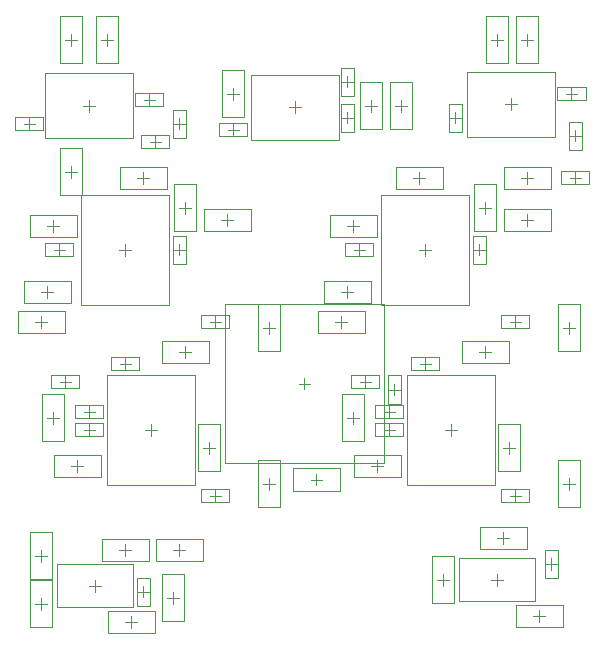
<source format=gbr>
G04 Layer_Color=32768*
%FSLAX26Y26*%
%MOIN*%
%TF.FileFunction,Other,Mechanical_15*%
%TF.Part,Single*%
G01*
G75*
%TA.AperFunction,NonConductor*%
%ADD49C,0.003937*%
%ADD50C,0.001968*%
D49*
X1997874Y1854016D02*
X2037244D01*
X2017559Y1834331D02*
Y1873701D01*
X2136299Y1496614D02*
Y1571417D01*
X1978819Y1496614D02*
Y1571417D01*
X2136299D01*
X1978819Y1496614D02*
X2136299D01*
X2037874Y1534016D02*
X2077244D01*
X2057559Y1514331D02*
Y1553701D01*
X1505512Y1680315D02*
Y1719685D01*
X1485827Y1700000D02*
X1525197D01*
X1420000Y2280315D02*
Y2319685D01*
X1400315Y2300000D02*
X1439685D01*
X2622598Y2921260D02*
X2697401D01*
X2622598Y3078740D02*
X2697401D01*
X2622598Y2921260D02*
Y3078740D01*
X2697401Y2921260D02*
Y3078740D01*
X2660000Y2980315D02*
Y3019685D01*
X2640315Y3000000D02*
X2679685D01*
X2722598Y2921260D02*
X2797401D01*
X2722598Y3078740D02*
X2797401D01*
X2722598Y2921260D02*
Y3078740D01*
X2797401Y2921260D02*
Y3078740D01*
X2760000Y2980315D02*
Y3019685D01*
X2740315Y3000000D02*
X2779685D01*
X1202598Y2921260D02*
X1277401D01*
X1202598Y3078740D02*
X1277401D01*
X1202598Y2921260D02*
Y3078740D01*
X1277401Y2921260D02*
Y3078740D01*
X1240000Y2980315D02*
Y3019685D01*
X1220315Y3000000D02*
X1259685D01*
X1322598Y2921260D02*
X1397401D01*
X1322598Y3078740D02*
X1397401D01*
X1322598Y2921260D02*
Y3078740D01*
X1397401Y2921260D02*
Y3078740D01*
X1360000Y2980315D02*
Y3019685D01*
X1340315Y3000000D02*
X1379685D01*
X2141299Y2740000D02*
X2178701D01*
X2160000Y2721299D02*
Y2758701D01*
X2138347Y2692756D02*
Y2787244D01*
X2181654Y2692756D02*
Y2787244D01*
X2138347Y2692756D02*
X2181654D01*
X2138347Y2787244D02*
X2181654D01*
X1742599Y2898740D02*
X1817402D01*
X1742599Y2741260D02*
X1817402D01*
Y2898740D01*
X1742599Y2741260D02*
Y2898740D01*
X1780000Y2800315D02*
Y2839685D01*
X1760315Y2820000D02*
X1799685D01*
X2302599Y2858740D02*
X2377402D01*
X2302599Y2701260D02*
X2377402D01*
Y2858740D01*
X2302599Y2701260D02*
Y2858740D01*
X2340000Y2760315D02*
Y2799685D01*
X2320315Y2780000D02*
X2359685D01*
X2202599Y2858740D02*
X2277402D01*
X2202599Y2701260D02*
X2277402D01*
Y2858740D01*
X2202599Y2701260D02*
Y2858740D01*
X2240000Y2760315D02*
Y2799685D01*
X2220315Y2780000D02*
X2259685D01*
X2685827Y2785000D02*
X2725197D01*
X2705512Y2765315D02*
Y2804685D01*
X1965827Y2775000D02*
X2005197D01*
X1985512Y2755315D02*
Y2794685D01*
X1280315Y2780000D02*
X1319685D01*
X1300000Y2760315D02*
Y2799685D01*
X1461299Y1160000D02*
X1498701D01*
X1480000Y1141299D02*
Y1178701D01*
X1458347Y1112756D02*
Y1207244D01*
X1501654Y1112756D02*
Y1207244D01*
X1458347Y1112756D02*
X1501654D01*
X1458347Y1207244D02*
X1501654D01*
X2601260Y1302599D02*
Y1377402D01*
X2758740Y1302599D02*
Y1377402D01*
X2601260D02*
X2758740D01*
X2601260Y1302599D02*
X2758740D01*
X2660315Y1340000D02*
X2699685D01*
X2680000Y1320315D02*
Y1359685D01*
X2821299Y1252441D02*
X2858701D01*
X2840000Y1233740D02*
Y1271142D01*
X2861654Y1205197D02*
Y1299685D01*
X2818347Y1205197D02*
Y1299685D01*
X2861654D01*
X2818347Y1205197D02*
X2861654D01*
X2442599Y1278740D02*
X2517402D01*
X2442599Y1121260D02*
X2517402D01*
Y1278740D01*
X2442599Y1121260D02*
Y1278740D01*
X2480000Y1180315D02*
Y1219685D01*
X2460315Y1200000D02*
X2499685D01*
X2721260Y1042599D02*
Y1117402D01*
X2878740Y1042599D02*
Y1117402D01*
X2721260D02*
X2878740D01*
X2721260Y1042599D02*
X2878740D01*
X2780315Y1080000D02*
X2819685D01*
X2800000Y1060315D02*
Y1099685D01*
X1542598Y1061260D02*
X1617401D01*
X1542598Y1218740D02*
X1617401D01*
X1542598Y1061260D02*
Y1218740D01*
X1617401Y1061260D02*
Y1218740D01*
X1580000Y1120315D02*
Y1159685D01*
X1560315Y1140000D02*
X1599685D01*
X1341260Y1262599D02*
Y1337402D01*
X1498740Y1262599D02*
Y1337402D01*
X1341260D02*
X1498740D01*
X1341260Y1262599D02*
X1498740D01*
X1400315Y1300000D02*
X1439685D01*
X1420000Y1280315D02*
Y1319685D01*
X1518740Y1022598D02*
Y1097401D01*
X1361260Y1022598D02*
Y1097401D01*
Y1022598D02*
X1518740D01*
X1361260Y1097401D02*
X1518740D01*
X1420315Y1060000D02*
X1459685D01*
X1440000Y1040315D02*
Y1079685D01*
X1102599Y1358740D02*
X1177402D01*
X1102599Y1201260D02*
X1177402D01*
Y1358740D01*
X1102599Y1201260D02*
Y1358740D01*
X1140000Y1260315D02*
Y1299685D01*
X1120315Y1280000D02*
X1159685D01*
X1102599Y1198740D02*
X1177402D01*
X1102599Y1041260D02*
X1177402D01*
Y1198740D01*
X1102599Y1041260D02*
Y1198740D01*
X1140000Y1100315D02*
Y1139685D01*
X1120315Y1120000D02*
X1159685D01*
X1678740Y1262598D02*
Y1337401D01*
X1521260Y1262598D02*
Y1337401D01*
Y1262598D02*
X1678740D01*
X1521260Y1337401D02*
X1678740D01*
X1580315Y1300000D02*
X1619685D01*
X1600000Y1280315D02*
Y1319685D01*
X1320000Y1160315D02*
Y1199685D01*
X1300315Y1180000D02*
X1339685D01*
X2660000Y1180315D02*
Y1219685D01*
X2640315Y1200000D02*
X2679685D01*
X2501299Y2740000D02*
X2538701D01*
X2520000Y2721299D02*
Y2758701D01*
X2498347Y2692756D02*
Y2787244D01*
X2541654Y2692756D02*
Y2787244D01*
X2498347Y2692756D02*
X2541654D01*
X2498347Y2787244D02*
X2541654D01*
X2907559Y2801299D02*
Y2838701D01*
X2888858Y2820000D02*
X2926260D01*
X2860315Y2841654D02*
X2954803D01*
X2860315Y2798347D02*
X2954803D01*
X2860315D02*
Y2841654D01*
X2954803Y2798347D02*
Y2841654D01*
X1780000Y2681299D02*
Y2718701D01*
X1761299Y2700000D02*
X1798701D01*
X1732756Y2678347D02*
X1827244D01*
X1732756Y2721654D02*
X1827244D01*
Y2678347D02*
Y2721654D01*
X1732756Y2678347D02*
Y2721654D01*
X2141299Y2860000D02*
X2178701D01*
X2160000Y2841299D02*
Y2878701D01*
X2181653Y2812756D02*
Y2907244D01*
X2138346Y2812756D02*
Y2907244D01*
X2181653D01*
X2138346Y2812756D02*
X2181653D01*
X1100000Y2701299D02*
Y2738701D01*
X1081299Y2720000D02*
X1118701D01*
X1052756Y2698347D02*
X1147244D01*
X1052756Y2741654D02*
X1147244D01*
Y2698347D02*
Y2741654D01*
X1052756Y2698347D02*
Y2741654D01*
X1500000Y2781299D02*
Y2818701D01*
X1481299Y2800000D02*
X1518701D01*
X1452756Y2821653D02*
X1547244D01*
X1452756Y2778346D02*
X1547244D01*
X1452756D02*
Y2821653D01*
X1547244Y2778346D02*
Y2821653D01*
X1420000Y1901299D02*
Y1938701D01*
X1401299Y1920000D02*
X1438701D01*
X1372756Y1898347D02*
X1467244D01*
X1372756Y1941654D02*
X1467244D01*
Y1898347D02*
Y1941654D01*
X1372756Y1898347D02*
Y1941654D01*
X1300000Y1741299D02*
Y1778701D01*
X1281299Y1760000D02*
X1318701D01*
X1252756Y1738347D02*
X1347244D01*
X1252756Y1781654D02*
X1347244D01*
Y1738347D02*
Y1781654D01*
X1252756Y1738347D02*
Y1781654D01*
X1220000Y1841299D02*
Y1878701D01*
X1201299Y1860000D02*
X1238701D01*
X1172756Y1838347D02*
X1267244D01*
X1172756Y1881654D02*
X1267244D01*
Y1838347D02*
Y1881654D01*
X1172756Y1838347D02*
Y1881654D01*
X1300000Y1681299D02*
Y1718701D01*
X1281299Y1700000D02*
X1318701D01*
X1252756Y1678347D02*
X1347244D01*
X1252756Y1721654D02*
X1347244D01*
Y1678347D02*
Y1721654D01*
X1252756Y1678347D02*
Y1721654D01*
X1581299Y2300000D02*
X1618701D01*
X1600000Y2281299D02*
Y2318701D01*
X1578347Y2252756D02*
Y2347244D01*
X1621654Y2252756D02*
Y2347244D01*
X1578347Y2252756D02*
X1621654D01*
X1578347Y2347244D02*
X1621654D01*
X1581299Y2720000D02*
X1618701D01*
X1600000Y2701299D02*
Y2738701D01*
X1578347Y2672756D02*
Y2767244D01*
X1621654Y2672756D02*
Y2767244D01*
X1578347Y2672756D02*
X1621654D01*
X1578347Y2767244D02*
X1621654D01*
X1520000Y2641299D02*
Y2678701D01*
X1501299Y2660000D02*
X1538701D01*
X1472756Y2638347D02*
X1567244D01*
X1472756Y2681654D02*
X1567244D01*
Y2638347D02*
Y2681654D01*
X1472756Y2638347D02*
Y2681654D01*
X1200000Y2281299D02*
Y2318701D01*
X1181299Y2300000D02*
X1218701D01*
X1152756Y2321653D02*
X1247244D01*
X1152756Y2278346D02*
X1247244D01*
X1152756D02*
Y2321653D01*
X1247244Y2278346D02*
Y2321653D01*
X2420000Y1901299D02*
Y1938701D01*
X2401299Y1920000D02*
X2438701D01*
X2372756Y1898347D02*
X2467244D01*
X2372756Y1941654D02*
X2467244D01*
Y1898347D02*
Y1941654D01*
X2372756Y1898347D02*
Y1941654D01*
X2300000Y1741299D02*
Y1778701D01*
X2281299Y1760000D02*
X2318701D01*
X2252756Y1738347D02*
X2347244D01*
X2252756Y1781654D02*
X2347244D01*
Y1738347D02*
Y1781654D01*
X2252756Y1738347D02*
Y1781654D01*
X2220000Y1841299D02*
Y1878701D01*
X2201299Y1860000D02*
X2238701D01*
X2172756Y1838347D02*
X2267244D01*
X2172756Y1881654D02*
X2267244D01*
Y1838347D02*
Y1881654D01*
X2172756Y1838347D02*
Y1881654D01*
X2300000Y1681299D02*
Y1718701D01*
X2281299Y1700000D02*
X2318701D01*
X2252756Y1678347D02*
X2347244D01*
X2252756Y1721654D02*
X2347244D01*
Y1678347D02*
Y1721654D01*
X2252756Y1678347D02*
Y1721654D01*
X2581299Y2300000D02*
X2618701D01*
X2600000Y2281299D02*
Y2318701D01*
X2578347Y2252756D02*
Y2347244D01*
X2621654Y2252756D02*
Y2347244D01*
X2578347Y2252756D02*
X2621654D01*
X2578347Y2347244D02*
X2621654D01*
X2901299Y2680000D02*
X2938701D01*
X2920000Y2661299D02*
Y2698701D01*
X2898347Y2632756D02*
Y2727244D01*
X2941654Y2632756D02*
Y2727244D01*
X2898347Y2632756D02*
X2941654D01*
X2898347Y2727244D02*
X2941654D01*
X2920000Y2521299D02*
Y2558701D01*
X2901299Y2540000D02*
X2938701D01*
X2872756Y2518347D02*
X2967244D01*
X2872756Y2561654D02*
X2967244D01*
Y2518347D02*
Y2561654D01*
X2872756Y2518347D02*
Y2561654D01*
X2200000Y2281299D02*
Y2318701D01*
X2181299Y2300000D02*
X2218701D01*
X2152756Y2321653D02*
X2247244D01*
X2152756Y2278346D02*
X2247244D01*
X2152756D02*
Y2321653D01*
X2247244Y2278346D02*
Y2321653D01*
X1202598Y2481260D02*
X1277401D01*
X1202598Y2638740D02*
X1277401D01*
X1202598Y2481260D02*
Y2638740D01*
X1277401Y2481260D02*
Y2638740D01*
X1240000Y2540315D02*
Y2579685D01*
X1220315Y2560000D02*
X1259685D01*
X1061260Y2022599D02*
Y2097402D01*
X1218740Y2022599D02*
Y2097402D01*
X1061260D02*
X1218740D01*
X1061260Y2022599D02*
X1218740D01*
X1120315Y2060000D02*
X1159685D01*
X1140000Y2040315D02*
Y2079685D01*
X2505512Y1680315D02*
Y1719685D01*
X2485827Y1700000D02*
X2525197D01*
X2420000Y2280315D02*
Y2319685D01*
X2400315Y2300000D02*
X2439685D01*
X2478740Y2502598D02*
Y2577401D01*
X2321260Y2502598D02*
Y2577401D01*
Y2502598D02*
X2478740D01*
X2321260Y2577401D02*
X2478740D01*
X2380315Y2540000D02*
X2419685D01*
X2400000Y2520315D02*
Y2559685D01*
X2061260Y2022599D02*
Y2097402D01*
X2218740Y2022599D02*
Y2097402D01*
X2061260D02*
X2218740D01*
X2061260Y2022599D02*
X2218740D01*
X2120315Y2060000D02*
X2159685D01*
X2140000Y2040315D02*
Y2079685D01*
X1720000Y2041299D02*
Y2078701D01*
X1701299Y2060000D02*
X1738701D01*
X1672756Y2038347D02*
X1767244D01*
X1672756Y2081654D02*
X1767244D01*
Y2038347D02*
Y2081654D01*
X1672756Y2038347D02*
Y2081654D01*
X1101260Y2342599D02*
Y2417402D01*
X1258740Y2342599D02*
Y2417402D01*
X1101260D02*
X1258740D01*
X1101260Y2342599D02*
X1258740D01*
X1160315Y2380000D02*
X1199685D01*
X1180000Y2360315D02*
Y2399685D01*
X1081260Y2122599D02*
Y2197402D01*
X1238740Y2122599D02*
Y2197402D01*
X1081260D02*
X1238740D01*
X1081260Y2122599D02*
X1238740D01*
X1140315Y2160000D02*
X1179685D01*
X1160000Y2140315D02*
Y2179685D01*
X1681260Y2362599D02*
Y2437402D01*
X1838740Y2362599D02*
Y2437402D01*
X1681260D02*
X1838740D01*
X1681260Y2362599D02*
X1838740D01*
X1740315Y2400000D02*
X1779685D01*
X1760000Y2380315D02*
Y2419685D01*
X1558740Y2502598D02*
Y2577401D01*
X1401260Y2502598D02*
Y2577401D01*
Y2502598D02*
X1558740D01*
X1401260Y2577401D02*
X1558740D01*
X1460315Y2540000D02*
X1499685D01*
X1480000Y2520315D02*
Y2559685D01*
X1582599Y2518740D02*
X1657402D01*
X1582599Y2361260D02*
X1657402D01*
Y2518740D01*
X1582599Y2361260D02*
Y2518740D01*
X1620000Y2420315D02*
Y2459685D01*
X1600315Y2440000D02*
X1639685D01*
X1862599Y2118740D02*
X1937402D01*
X1862599Y1961260D02*
X1937402D01*
Y2118740D01*
X1862599Y1961260D02*
Y2118740D01*
X1900000Y2020315D02*
Y2059685D01*
X1880315Y2040000D02*
X1919685D01*
X1698740Y1922598D02*
Y1997401D01*
X1541260Y1922598D02*
Y1997401D01*
Y1922598D02*
X1698740D01*
X1541260Y1997401D02*
X1698740D01*
X1600315Y1960000D02*
X1639685D01*
X1620000Y1940315D02*
Y1979685D01*
X1181260Y1542599D02*
Y1617402D01*
X1338740Y1542599D02*
Y1617402D01*
X1181260D02*
X1338740D01*
X1181260Y1542599D02*
X1338740D01*
X1240315Y1580000D02*
X1279685D01*
X1260000Y1560315D02*
Y1599685D01*
X1720000Y1461299D02*
Y1498701D01*
X1701299Y1480000D02*
X1738701D01*
X1672756Y1458347D02*
X1767244D01*
X1672756Y1501654D02*
X1767244D01*
Y1458347D02*
Y1501654D01*
X1672756Y1458347D02*
Y1501654D01*
X1862598Y1441260D02*
X1937401D01*
X1862598Y1598740D02*
X1937401D01*
X1862598Y1441260D02*
Y1598740D01*
X1937401Y1441260D02*
Y1598740D01*
X1900000Y1500315D02*
Y1539685D01*
X1880315Y1520000D02*
X1919685D01*
X1662599Y1718740D02*
X1737402D01*
X1662599Y1561260D02*
X1737402D01*
Y1718740D01*
X1662599Y1561260D02*
Y1718740D01*
X1700000Y1620315D02*
Y1659685D01*
X1680315Y1640000D02*
X1719685D01*
X1142598Y1661260D02*
X1217401D01*
X1142598Y1818740D02*
X1217401D01*
X1142598Y1661260D02*
Y1818740D01*
X1217401Y1661260D02*
Y1818740D01*
X1180000Y1720315D02*
Y1759685D01*
X1160315Y1740000D02*
X1199685D01*
X2862598Y1441260D02*
X2937401D01*
X2862598Y1598740D02*
X2937401D01*
X2862598Y1441260D02*
Y1598740D01*
X2937401Y1441260D02*
Y1598740D01*
X2900000Y1500315D02*
Y1539685D01*
X2880315Y1520000D02*
X2919685D01*
X2662599Y1718740D02*
X2737402D01*
X2662599Y1561260D02*
X2737402D01*
Y1718740D01*
X2662599Y1561260D02*
Y1718740D01*
X2700000Y1620315D02*
Y1659685D01*
X2680315Y1640000D02*
X2719685D01*
X2081260Y2122599D02*
Y2197402D01*
X2238740Y2122599D02*
Y2197402D01*
X2081260D02*
X2238740D01*
X2081260Y2122599D02*
X2238740D01*
X2140315Y2160000D02*
X2179685D01*
X2160000Y2140315D02*
Y2179685D01*
X2838740Y2502598D02*
Y2577401D01*
X2681260Y2502598D02*
Y2577401D01*
Y2502598D02*
X2838740D01*
X2681260Y2577401D02*
X2838740D01*
X2740315Y2540000D02*
X2779685D01*
X2760000Y2520315D02*
Y2559685D01*
X2142598Y1661260D02*
X2217401D01*
X2142598Y1818740D02*
X2217401D01*
X2142598Y1661260D02*
Y1818740D01*
X2217401Y1661260D02*
Y1818740D01*
X2180000Y1720315D02*
Y1759685D01*
X2160315Y1740000D02*
X2199685D01*
X2862599Y2118740D02*
X2937402D01*
X2862599Y1961260D02*
X2937402D01*
Y2118740D01*
X2862599Y1961260D02*
Y2118740D01*
X2900000Y2020315D02*
Y2059685D01*
X2880315Y2040000D02*
X2919685D01*
X2698740Y1922598D02*
Y1997401D01*
X2541260Y1922598D02*
Y1997401D01*
Y1922598D02*
X2698740D01*
X2541260Y1997401D02*
X2698740D01*
X2600315Y1960000D02*
X2639685D01*
X2620000Y1940315D02*
Y1979685D01*
X2681260Y2362599D02*
Y2437402D01*
X2838740Y2362599D02*
Y2437402D01*
X2681260D02*
X2838740D01*
X2681260Y2362599D02*
X2838740D01*
X2740315Y2400000D02*
X2779685D01*
X2760000Y2380315D02*
Y2419685D01*
X2582599Y2518740D02*
X2657402D01*
X2582599Y2361260D02*
X2657402D01*
Y2518740D01*
X2582599Y2361260D02*
Y2518740D01*
X2620000Y2420315D02*
Y2459685D01*
X2600315Y2440000D02*
X2639685D01*
X2181260Y1542599D02*
Y1617402D01*
X2338740Y1542599D02*
Y1617402D01*
X2181260D02*
X2338740D01*
X2181260Y1542599D02*
X2338740D01*
X2240315Y1580000D02*
X2279685D01*
X2260000Y1560315D02*
Y1599685D01*
X2101260Y2342599D02*
Y2417402D01*
X2258740Y2342599D02*
Y2417402D01*
X2101260D02*
X2258740D01*
X2101260Y2342599D02*
X2258740D01*
X2160315Y2380000D02*
X2199685D01*
X2180000Y2360315D02*
Y2399685D01*
X2720000Y1461299D02*
Y1498701D01*
X2701299Y1480000D02*
X2738701D01*
X2672756Y1458347D02*
X2767244D01*
X2672756Y1501654D02*
X2767244D01*
Y1458347D02*
Y1501654D01*
X2672756Y1458347D02*
Y1501654D01*
X2720000Y2041299D02*
Y2078701D01*
X2701299Y2060000D02*
X2738701D01*
X2672756Y2038347D02*
X2767244D01*
X2672756Y2081654D02*
X2767244D01*
Y2038347D02*
Y2081654D01*
X2672756Y2038347D02*
Y2081654D01*
X2298858Y1834016D02*
X2336260D01*
X2317559Y1815315D02*
Y1852716D01*
X2339213Y1786772D02*
Y1881260D01*
X2295905Y1786772D02*
Y1881260D01*
Y1786772D02*
X2339213D01*
X2295905Y1881260D02*
X2339213D01*
D50*
X2281339Y1590236D02*
Y2117795D01*
X1753780Y1590236D02*
Y2117795D01*
X2281339D01*
X1753780Y1590236D02*
X2281339D01*
X1357874Y1516929D02*
X1653150D01*
X1357874Y1883071D02*
X1653150D01*
Y1516929D02*
Y1883071D01*
X1357874Y1516929D02*
Y1883071D01*
X1272362Y2116929D02*
X1567638D01*
X1272362Y2483071D02*
X1567638D01*
Y2116929D02*
Y2483071D01*
X1272362Y2116929D02*
Y2483071D01*
X2557874Y2676732D02*
Y2893268D01*
X2853150Y2676732D02*
Y2893268D01*
X2557874D02*
X2853150D01*
X2557874Y2676732D02*
X2853150D01*
X1837874Y2666732D02*
Y2883268D01*
X2133150Y2666732D02*
Y2883268D01*
X1837874D02*
X2133150D01*
X1837874Y2666732D02*
X2133150D01*
X1152362Y2671732D02*
Y2888268D01*
X1447638Y2671732D02*
Y2888268D01*
X1152362D02*
X1447638D01*
X1152362Y2671732D02*
X1447638D01*
X1194016Y1109134D02*
X1445984D01*
X1194016Y1250866D02*
X1445984D01*
Y1109134D02*
Y1250866D01*
X1194016Y1109134D02*
Y1250866D01*
X2534016Y1129134D02*
X2785984D01*
X2534016Y1270866D02*
X2785984D01*
Y1129134D02*
Y1270866D01*
X2534016Y1129134D02*
Y1270866D01*
X2357874Y1516929D02*
X2653150D01*
X2357874Y1883071D02*
X2653150D01*
Y1516929D02*
Y1883071D01*
X2357874Y1516929D02*
Y1883071D01*
X2272362Y2116929D02*
X2567638D01*
X2272362Y2483071D02*
X2567638D01*
Y2116929D02*
Y2483071D01*
X2272362Y2116929D02*
Y2483071D01*
%TF.MD5,f8b4a717b05ec46e9c0fc9c259bfaaa0*%
M02*

</source>
